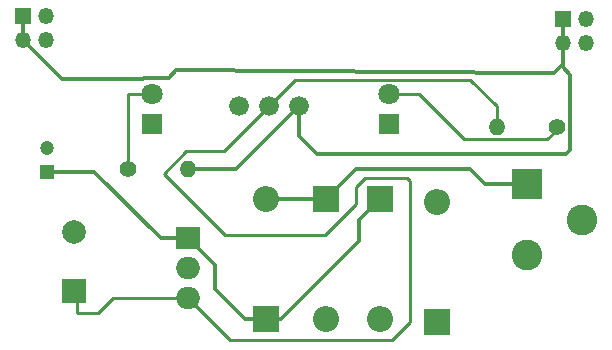
<source format=gtl>
%TF.GenerationSoftware,KiCad,Pcbnew,(5.1.8)-1*%
%TF.CreationDate,2021-01-27T01:42:37+07:00*%
%TF.ProjectId,BD_power_supply,42445f70-6f77-4657-925f-737570706c79,1.0*%
%TF.SameCoordinates,Original*%
%TF.FileFunction,Copper,L1,Top*%
%TF.FilePolarity,Positive*%
%FSLAX46Y46*%
G04 Gerber Fmt 4.6, Leading zero omitted, Abs format (unit mm)*
G04 Created by KiCad (PCBNEW (5.1.8)-1) date 2021-01-27 01:42:37*
%MOMM*%
%LPD*%
G01*
G04 APERTURE LIST*
%TA.AperFunction,ComponentPad*%
%ADD10O,2.000000X1.905000*%
%TD*%
%TA.AperFunction,ComponentPad*%
%ADD11R,2.000000X1.905000*%
%TD*%
%TA.AperFunction,ComponentPad*%
%ADD12O,1.400000X1.400000*%
%TD*%
%TA.AperFunction,ComponentPad*%
%ADD13C,1.400000*%
%TD*%
%TA.AperFunction,ComponentPad*%
%ADD14C,2.600000*%
%TD*%
%TA.AperFunction,ComponentPad*%
%ADD15R,2.600000X2.600000*%
%TD*%
%TA.AperFunction,ComponentPad*%
%ADD16O,1.350000X1.350000*%
%TD*%
%TA.AperFunction,ComponentPad*%
%ADD17R,1.350000X1.350000*%
%TD*%
%TA.AperFunction,ComponentPad*%
%ADD18C,1.800000*%
%TD*%
%TA.AperFunction,ComponentPad*%
%ADD19R,1.800000X1.800000*%
%TD*%
%TA.AperFunction,ComponentPad*%
%ADD20O,2.200000X2.200000*%
%TD*%
%TA.AperFunction,ComponentPad*%
%ADD21R,2.200000X2.200000*%
%TD*%
%TA.AperFunction,ComponentPad*%
%ADD22C,1.200000*%
%TD*%
%TA.AperFunction,ComponentPad*%
%ADD23R,1.200000X1.200000*%
%TD*%
%TA.AperFunction,ComponentPad*%
%ADD24C,1.676400*%
%TD*%
%TA.AperFunction,ComponentPad*%
%ADD25R,2.000000X2.000000*%
%TD*%
%TA.AperFunction,ComponentPad*%
%ADD26C,2.000000*%
%TD*%
%TA.AperFunction,Conductor*%
%ADD27C,0.250000*%
%TD*%
%TA.AperFunction,Conductor*%
%ADD28C,0.300000*%
%TD*%
G04 APERTURE END LIST*
D10*
%TO.P,U1,3*%
%TO.N,Net-(C2-Pad1)*%
X132080000Y-107950000D03*
%TO.P,U1,2*%
%TO.N,GND*%
X132080000Y-105410000D03*
D11*
%TO.P,U1,1*%
%TO.N,/V_IN*%
X132080000Y-102870000D03*
%TD*%
D12*
%TO.P,R2,2*%
%TO.N,V_out*%
X132080000Y-97028000D03*
D13*
%TO.P,R2,1*%
%TO.N,Net-(D6-Pad2)*%
X127000000Y-97028000D03*
%TD*%
D14*
%TO.P,J3,3*%
%TO.N,Net-(J3-Pad3)*%
X165482000Y-101298000D03*
%TO.P,J3,2*%
%TO.N,GND*%
X160782000Y-104298000D03*
D15*
%TO.P,J3,1*%
%TO.N,/VCC*%
X160782000Y-98298000D03*
%TD*%
D16*
%TO.P,J2,4*%
%TO.N,GND*%
X120110000Y-86074000D03*
%TO.P,J2,3*%
X120110000Y-84074000D03*
%TO.P,J2,2*%
%TO.N,V_out*%
X118110000Y-86074000D03*
D17*
%TO.P,J2,1*%
X118110000Y-84074000D03*
%TD*%
D16*
%TO.P,J1,4*%
%TO.N,GND*%
X165830000Y-86328000D03*
%TO.P,J1,3*%
X165830000Y-84328000D03*
%TO.P,J1,2*%
%TO.N,V_out*%
X163830000Y-86328000D03*
D17*
%TO.P,J1,1*%
X163830000Y-84328000D03*
%TD*%
D18*
%TO.P,D6,2*%
%TO.N,Net-(D6-Pad2)*%
X129032000Y-90678000D03*
D19*
%TO.P,D6,1*%
%TO.N,GND*%
X129032000Y-93218000D03*
%TD*%
D18*
%TO.P,D5,2*%
%TO.N,Net-(D5-Pad2)*%
X149098000Y-90678000D03*
D19*
%TO.P,D5,1*%
%TO.N,GND*%
X149098000Y-93218000D03*
%TD*%
D20*
%TO.P,D4,2*%
%TO.N,GND*%
X153162000Y-99822000D03*
D21*
%TO.P,D4,1*%
X153162000Y-109982000D03*
%TD*%
D20*
%TO.P,D3,2*%
%TO.N,GND*%
X148336000Y-109728000D03*
D21*
%TO.P,D3,1*%
%TO.N,/V_IN*%
X148336000Y-99568000D03*
%TD*%
D20*
%TO.P,D2,2*%
%TO.N,GND*%
X143764000Y-109728000D03*
D21*
%TO.P,D2,1*%
%TO.N,/VCC*%
X143764000Y-99568000D03*
%TD*%
D20*
%TO.P,D1,2*%
%TO.N,/VCC*%
X138684000Y-99568000D03*
D21*
%TO.P,D1,1*%
%TO.N,/V_IN*%
X138684000Y-109728000D03*
%TD*%
D22*
%TO.P,C1,2*%
%TO.N,GND*%
X120142000Y-95250000D03*
D23*
%TO.P,C1,1*%
%TO.N,/V_IN*%
X120142000Y-97250000D03*
%TD*%
D24*
%TO.P,S1,P*%
%TO.N,Net-(C2-Pad1)*%
X138938000Y-91694000D03*
%TO.P,S1,O*%
%TO.N,V_out*%
X141478000Y-91694000D03*
%TO.P,S1,S*%
%TO.N,Net-(S1-PadS)*%
X136398000Y-91694000D03*
%TD*%
D25*
%TO.P,C2,1*%
%TO.N,Net-(C2-Pad1)*%
X122428000Y-107362000D03*
D26*
%TO.P,C2,2*%
%TO.N,GND*%
X122428000Y-102362000D03*
%TD*%
D13*
%TO.P,R1,1*%
%TO.N,Net-(D5-Pad2)*%
X163322000Y-93472000D03*
D12*
%TO.P,R1,2*%
%TO.N,Net-(C2-Pad1)*%
X158242000Y-93472000D03*
%TD*%
D27*
%TO.N,Net-(C2-Pad1)*%
X132080000Y-107950000D02*
X125730000Y-107950000D01*
X125730000Y-107950000D02*
X124460000Y-109220000D01*
X124460000Y-109220000D02*
X122682000Y-109220000D01*
X122682000Y-107616000D02*
X122428000Y-107362000D01*
X122682000Y-109220000D02*
X122682000Y-107616000D01*
X141194591Y-89437409D02*
X155985409Y-89437409D01*
X138938000Y-91694000D02*
X141194591Y-89437409D01*
X158242000Y-91694000D02*
X158242000Y-93472000D01*
X155985409Y-89437409D02*
X158242000Y-91694000D01*
X138938000Y-91694000D02*
X135128000Y-95504000D01*
X135128000Y-95504000D02*
X131938998Y-95504000D01*
X131938998Y-95504000D02*
X130048000Y-97394998D01*
X150876000Y-109982000D02*
X149352000Y-111506000D01*
X130048000Y-97394998D02*
X135269002Y-102616000D01*
X135636000Y-111506000D02*
X132080000Y-107950000D01*
X135269002Y-102616000D02*
X143681002Y-102616000D01*
X143681002Y-102616000D02*
X146304000Y-99993002D01*
X146304000Y-99993002D02*
X146304000Y-98552000D01*
X146304000Y-98552000D02*
X147066000Y-97790000D01*
X149352000Y-111506000D02*
X135636000Y-111506000D01*
X150876000Y-99314000D02*
X150876000Y-98044000D01*
X150876000Y-99142998D02*
X150876000Y-99314000D01*
X150876000Y-99314000D02*
X150876000Y-109982000D01*
X150622000Y-97790000D02*
X147066000Y-97790000D01*
X150876000Y-98044000D02*
X150622000Y-97790000D01*
%TO.N,Net-(D5-Pad2)*%
X149098000Y-90678000D02*
X151638000Y-90678000D01*
X155457001Y-94497001D02*
X162550999Y-94497001D01*
X151638000Y-90678000D02*
X155457001Y-94497001D01*
X163322000Y-93726000D02*
X163322000Y-93472000D01*
X162550999Y-94497001D02*
X163322000Y-93726000D01*
%TO.N,Net-(D6-Pad2)*%
X129032000Y-90678000D02*
X127000000Y-90678000D01*
X127000000Y-90678000D02*
X127000000Y-97028000D01*
D28*
%TO.N,/V_IN*%
X138684000Y-109728000D02*
X136906000Y-109728000D01*
X136906000Y-109728000D02*
X134366000Y-107188000D01*
X134366000Y-105156000D02*
X132080000Y-102870000D01*
X134366000Y-107188000D02*
X134366000Y-105156000D01*
X132080000Y-102870000D02*
X129794000Y-102870000D01*
X124174000Y-97250000D02*
X120142000Y-97250000D01*
X129794000Y-102870000D02*
X124174000Y-97250000D01*
X138684000Y-109728000D02*
X139954000Y-109728000D01*
X139954000Y-109728000D02*
X146558000Y-103124000D01*
X146558000Y-101346000D02*
X148336000Y-99568000D01*
X146558000Y-103124000D02*
X146558000Y-101346000D01*
%TO.N,/VCC*%
X160782000Y-98298000D02*
X160755999Y-98271999D01*
X160782000Y-98298000D02*
X157226000Y-98298000D01*
X157226000Y-98298000D02*
X155956000Y-97028000D01*
X146304000Y-97028000D02*
X143764000Y-99568000D01*
X155956000Y-97028000D02*
X146304000Y-97028000D01*
X143764000Y-99568000D02*
X138684000Y-99568000D01*
%TO.N,V_out*%
X118110000Y-84074000D02*
X118110000Y-86074000D01*
X136144000Y-97028000D02*
X132080000Y-97028000D01*
X141478000Y-91694000D02*
X136144000Y-97028000D01*
X163830000Y-84328000D02*
X163830000Y-86328000D01*
X164472001Y-89034001D02*
X164472001Y-95384001D01*
X163830000Y-88392000D02*
X164472001Y-89034001D01*
X164472001Y-95384001D02*
X164098002Y-95758000D01*
X164098002Y-95758000D02*
X143002000Y-95758000D01*
X141478000Y-94234000D02*
X141478000Y-91694000D01*
X143002000Y-95758000D02*
X141478000Y-94234000D01*
X118110000Y-86074000D02*
X121444000Y-89408000D01*
X128383999Y-89327999D02*
X130475999Y-89327999D01*
X128303998Y-89408000D02*
X128383999Y-89327999D01*
X121444000Y-89408000D02*
X128303998Y-89408000D01*
X161483584Y-88868310D02*
X161515274Y-88900000D01*
X131137992Y-88666007D02*
X161483584Y-88868310D01*
X130475999Y-89327999D02*
X131137992Y-88666007D01*
X161515274Y-88900000D02*
X163068000Y-88900000D01*
X163068000Y-88900000D02*
X163830000Y-88138000D01*
X163830000Y-88138000D02*
X163830000Y-88392000D01*
X163830000Y-86328000D02*
X163830000Y-88138000D01*
%TD*%
M02*

</source>
